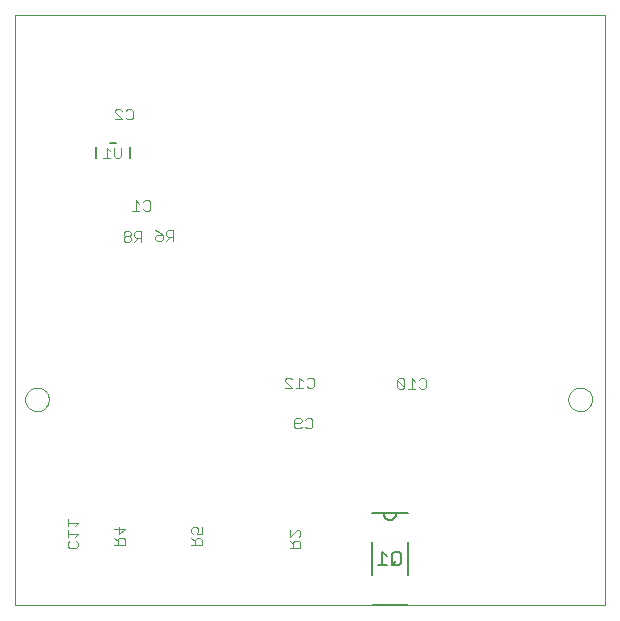
<source format=gbo>
G75*
%MOIN*%
%OFA0B0*%
%FSLAX24Y24*%
%IPPOS*%
%LPD*%
%AMOC8*
5,1,8,0,0,1.08239X$1,22.5*
%
%ADD10C,0.0000*%
%ADD11C,0.0040*%
%ADD12C,0.0080*%
%ADD13C,0.0050*%
%ADD14C,0.0030*%
D10*
X000180Y000180D02*
X000180Y019865D01*
X019865Y019865D01*
X019865Y000180D01*
X000180Y000180D01*
X000528Y007048D02*
X000530Y007087D01*
X000536Y007126D01*
X000546Y007164D01*
X000559Y007201D01*
X000576Y007236D01*
X000596Y007270D01*
X000620Y007301D01*
X000647Y007330D01*
X000676Y007356D01*
X000708Y007379D01*
X000742Y007399D01*
X000778Y007415D01*
X000815Y007427D01*
X000854Y007436D01*
X000893Y007441D01*
X000932Y007442D01*
X000971Y007439D01*
X001010Y007432D01*
X001047Y007421D01*
X001084Y007407D01*
X001119Y007389D01*
X001152Y007368D01*
X001183Y007343D01*
X001211Y007316D01*
X001236Y007286D01*
X001258Y007253D01*
X001277Y007219D01*
X001292Y007183D01*
X001304Y007145D01*
X001312Y007107D01*
X001316Y007068D01*
X001316Y007028D01*
X001312Y006989D01*
X001304Y006951D01*
X001292Y006913D01*
X001277Y006877D01*
X001258Y006843D01*
X001236Y006810D01*
X001211Y006780D01*
X001183Y006753D01*
X001152Y006728D01*
X001119Y006707D01*
X001084Y006689D01*
X001047Y006675D01*
X001010Y006664D01*
X000971Y006657D01*
X000932Y006654D01*
X000893Y006655D01*
X000854Y006660D01*
X000815Y006669D01*
X000778Y006681D01*
X000742Y006697D01*
X000708Y006717D01*
X000676Y006740D01*
X000647Y006766D01*
X000620Y006795D01*
X000596Y006826D01*
X000576Y006860D01*
X000559Y006895D01*
X000546Y006932D01*
X000536Y006970D01*
X000530Y007009D01*
X000528Y007048D01*
X000530Y007087D01*
X000536Y007126D01*
X000546Y007164D01*
X000559Y007201D01*
X000576Y007236D01*
X000596Y007270D01*
X000620Y007301D01*
X000647Y007330D01*
X000676Y007356D01*
X000708Y007379D01*
X000742Y007399D01*
X000778Y007415D01*
X000815Y007427D01*
X000854Y007436D01*
X000893Y007441D01*
X000932Y007442D01*
X000971Y007439D01*
X001010Y007432D01*
X001047Y007421D01*
X001084Y007407D01*
X001119Y007389D01*
X001152Y007368D01*
X001183Y007343D01*
X001211Y007316D01*
X001236Y007286D01*
X001258Y007253D01*
X001277Y007219D01*
X001292Y007183D01*
X001304Y007145D01*
X001312Y007107D01*
X001316Y007068D01*
X001316Y007028D01*
X001312Y006989D01*
X001304Y006951D01*
X001292Y006913D01*
X001277Y006877D01*
X001258Y006843D01*
X001236Y006810D01*
X001211Y006780D01*
X001183Y006753D01*
X001152Y006728D01*
X001119Y006707D01*
X001084Y006689D01*
X001047Y006675D01*
X001010Y006664D01*
X000971Y006657D01*
X000932Y006654D01*
X000893Y006655D01*
X000854Y006660D01*
X000815Y006669D01*
X000778Y006681D01*
X000742Y006697D01*
X000708Y006717D01*
X000676Y006740D01*
X000647Y006766D01*
X000620Y006795D01*
X000596Y006826D01*
X000576Y006860D01*
X000559Y006895D01*
X000546Y006932D01*
X000536Y006970D01*
X000530Y007009D01*
X000528Y007048D01*
X018630Y007048D02*
X018632Y007087D01*
X018638Y007126D01*
X018648Y007164D01*
X018661Y007201D01*
X018678Y007236D01*
X018698Y007270D01*
X018722Y007301D01*
X018749Y007330D01*
X018778Y007356D01*
X018810Y007379D01*
X018844Y007399D01*
X018880Y007415D01*
X018917Y007427D01*
X018956Y007436D01*
X018995Y007441D01*
X019034Y007442D01*
X019073Y007439D01*
X019112Y007432D01*
X019149Y007421D01*
X019186Y007407D01*
X019221Y007389D01*
X019254Y007368D01*
X019285Y007343D01*
X019313Y007316D01*
X019338Y007286D01*
X019360Y007253D01*
X019379Y007219D01*
X019394Y007183D01*
X019406Y007145D01*
X019414Y007107D01*
X019418Y007068D01*
X019418Y007028D01*
X019414Y006989D01*
X019406Y006951D01*
X019394Y006913D01*
X019379Y006877D01*
X019360Y006843D01*
X019338Y006810D01*
X019313Y006780D01*
X019285Y006753D01*
X019254Y006728D01*
X019221Y006707D01*
X019186Y006689D01*
X019149Y006675D01*
X019112Y006664D01*
X019073Y006657D01*
X019034Y006654D01*
X018995Y006655D01*
X018956Y006660D01*
X018917Y006669D01*
X018880Y006681D01*
X018844Y006697D01*
X018810Y006717D01*
X018778Y006740D01*
X018749Y006766D01*
X018722Y006795D01*
X018698Y006826D01*
X018678Y006860D01*
X018661Y006895D01*
X018648Y006932D01*
X018638Y006970D01*
X018632Y007009D01*
X018630Y007048D01*
X018632Y007087D01*
X018638Y007126D01*
X018648Y007164D01*
X018661Y007201D01*
X018678Y007236D01*
X018698Y007270D01*
X018722Y007301D01*
X018749Y007330D01*
X018778Y007356D01*
X018810Y007379D01*
X018844Y007399D01*
X018880Y007415D01*
X018917Y007427D01*
X018956Y007436D01*
X018995Y007441D01*
X019034Y007442D01*
X019073Y007439D01*
X019112Y007432D01*
X019149Y007421D01*
X019186Y007407D01*
X019221Y007389D01*
X019254Y007368D01*
X019285Y007343D01*
X019313Y007316D01*
X019338Y007286D01*
X019360Y007253D01*
X019379Y007219D01*
X019394Y007183D01*
X019406Y007145D01*
X019414Y007107D01*
X019418Y007068D01*
X019418Y007028D01*
X019414Y006989D01*
X019406Y006951D01*
X019394Y006913D01*
X019379Y006877D01*
X019360Y006843D01*
X019338Y006810D01*
X019313Y006780D01*
X019285Y006753D01*
X019254Y006728D01*
X019221Y006707D01*
X019186Y006689D01*
X019149Y006675D01*
X019112Y006664D01*
X019073Y006657D01*
X019034Y006654D01*
X018995Y006655D01*
X018956Y006660D01*
X018917Y006669D01*
X018880Y006681D01*
X018844Y006697D01*
X018810Y006717D01*
X018778Y006740D01*
X018749Y006766D01*
X018722Y006795D01*
X018698Y006826D01*
X018678Y006860D01*
X018661Y006895D01*
X018648Y006932D01*
X018638Y006970D01*
X018632Y007009D01*
X018630Y007048D01*
D11*
X013893Y007460D02*
X013834Y007401D01*
X013716Y007401D01*
X013657Y007460D01*
X013530Y007401D02*
X013294Y007401D01*
X013412Y007401D02*
X013412Y007755D01*
X013530Y007637D01*
X013657Y007696D02*
X013716Y007755D01*
X013834Y007755D01*
X013893Y007696D01*
X013893Y007460D01*
X013168Y007460D02*
X013109Y007401D01*
X012991Y007401D01*
X012932Y007460D01*
X012932Y007696D01*
X013168Y007460D01*
X013168Y007696D01*
X013109Y007755D01*
X012991Y007755D01*
X012932Y007696D01*
X010145Y007717D02*
X010145Y007481D01*
X010086Y007422D01*
X009968Y007422D01*
X009909Y007481D01*
X009782Y007422D02*
X009546Y007422D01*
X009664Y007422D02*
X009664Y007776D01*
X009782Y007658D01*
X009909Y007717D02*
X009968Y007776D01*
X010086Y007776D01*
X010145Y007717D01*
X009420Y007717D02*
X009361Y007776D01*
X009243Y007776D01*
X009184Y007717D01*
X009184Y007658D01*
X009420Y007422D01*
X009184Y007422D01*
X009562Y006434D02*
X009680Y006434D01*
X009739Y006375D01*
X009739Y006316D01*
X009680Y006257D01*
X009503Y006257D01*
X009503Y006375D02*
X009562Y006434D01*
X009503Y006375D02*
X009503Y006139D01*
X009562Y006080D01*
X009680Y006080D01*
X009739Y006139D01*
X009866Y006139D02*
X009925Y006080D01*
X010043Y006080D01*
X010102Y006139D01*
X010102Y006375D01*
X010043Y006434D01*
X009925Y006434D01*
X009866Y006375D01*
X009645Y002703D02*
X009586Y002703D01*
X009350Y002467D01*
X009350Y002703D01*
X009645Y002703D02*
X009704Y002644D01*
X009704Y002526D01*
X009645Y002467D01*
X009645Y002340D02*
X009527Y002340D01*
X009468Y002281D01*
X009468Y002104D01*
X009350Y002104D02*
X009704Y002104D01*
X009704Y002281D01*
X009645Y002340D01*
X009468Y002222D02*
X009350Y002340D01*
X006415Y002371D02*
X006415Y002194D01*
X006061Y002194D01*
X006179Y002194D02*
X006179Y002371D01*
X006238Y002430D01*
X006356Y002430D01*
X006415Y002371D01*
X006415Y002557D02*
X006238Y002557D01*
X006297Y002675D01*
X006297Y002734D01*
X006238Y002793D01*
X006120Y002793D01*
X006061Y002734D01*
X006061Y002616D01*
X006120Y002557D01*
X006061Y002430D02*
X006179Y002312D01*
X006415Y002557D02*
X006415Y002793D01*
X003846Y002741D02*
X003669Y002564D01*
X003669Y002800D01*
X003492Y002741D02*
X003846Y002741D01*
X003787Y002438D02*
X003669Y002438D01*
X003610Y002379D01*
X003610Y002202D01*
X003610Y002320D02*
X003492Y002438D01*
X003787Y002438D02*
X003846Y002379D01*
X003846Y002202D01*
X003492Y002202D01*
X002295Y002145D02*
X002236Y002086D01*
X002000Y002086D01*
X001941Y002145D01*
X001941Y002263D01*
X002000Y002322D01*
X001941Y002449D02*
X001941Y002685D01*
X001941Y002567D02*
X002295Y002567D01*
X002177Y002449D01*
X002236Y002322D02*
X002295Y002263D01*
X002295Y002145D01*
X002177Y002811D02*
X002295Y002929D01*
X001941Y002929D01*
X001941Y002811D02*
X001941Y003047D01*
X003864Y012301D02*
X003805Y012360D01*
X003805Y012419D01*
X003864Y012478D01*
X003982Y012478D01*
X004041Y012537D01*
X004041Y012596D01*
X003982Y012655D01*
X003864Y012655D01*
X003805Y012596D01*
X003805Y012537D01*
X003864Y012478D01*
X003982Y012478D02*
X004041Y012419D01*
X004041Y012360D01*
X003982Y012301D01*
X003864Y012301D01*
X004168Y012301D02*
X004286Y012419D01*
X004227Y012419D02*
X004404Y012419D01*
X004404Y012301D02*
X004404Y012655D01*
X004227Y012655D01*
X004168Y012596D01*
X004168Y012478D01*
X004227Y012419D01*
X004216Y013333D02*
X004216Y013687D01*
X004334Y013569D01*
X004461Y013628D02*
X004520Y013687D01*
X004638Y013687D01*
X004697Y013628D01*
X004697Y013392D01*
X004638Y013333D01*
X004520Y013333D01*
X004461Y013392D01*
X004334Y013333D02*
X004098Y013333D01*
X003668Y015085D02*
X003550Y015085D01*
X003491Y015144D01*
X003491Y015439D01*
X003364Y015321D02*
X003246Y015439D01*
X003246Y015085D01*
X003364Y015085D02*
X003128Y015085D01*
X003668Y015085D02*
X003727Y015144D01*
X003727Y015439D01*
X003747Y016380D02*
X003511Y016380D01*
X003747Y016380D02*
X003511Y016616D01*
X003511Y016675D01*
X003570Y016734D01*
X003688Y016734D01*
X003747Y016675D01*
X003874Y016675D02*
X003933Y016734D01*
X004051Y016734D01*
X004110Y016675D01*
X004110Y016439D01*
X004051Y016380D01*
X003933Y016380D01*
X003874Y016439D01*
D12*
X003564Y015597D02*
X003353Y015597D01*
X002899Y015447D02*
X002899Y015109D01*
X004019Y015109D02*
X004019Y015447D01*
X012094Y003264D02*
X013275Y003264D01*
X012881Y003225D02*
X012879Y003198D01*
X012874Y003172D01*
X012865Y003147D01*
X012852Y003123D01*
X012837Y003101D01*
X012818Y003081D01*
X012798Y003064D01*
X012775Y003050D01*
X012750Y003039D01*
X012724Y003032D01*
X012697Y003028D01*
X012671Y003028D01*
X012644Y003032D01*
X012618Y003039D01*
X012593Y003050D01*
X012570Y003064D01*
X012550Y003081D01*
X012531Y003101D01*
X012516Y003123D01*
X012503Y003147D01*
X012494Y003172D01*
X012489Y003198D01*
X012487Y003225D01*
X012094Y002280D02*
X012094Y001178D01*
X012094Y000193D02*
X013275Y000193D01*
X013275Y001178D02*
X013275Y002280D01*
D13*
X012972Y001962D02*
X012822Y001962D01*
X012747Y001887D01*
X012747Y001587D01*
X012822Y001512D01*
X012972Y001512D01*
X013047Y001587D01*
X013047Y001887D01*
X012972Y001962D01*
X012897Y001662D02*
X012747Y001512D01*
X012586Y001512D02*
X012286Y001512D01*
X012436Y001512D02*
X012436Y001962D01*
X012586Y001812D01*
D14*
X005470Y012336D02*
X005470Y012700D01*
X005288Y012700D01*
X005227Y012639D01*
X005227Y012518D01*
X005288Y012457D01*
X005470Y012457D01*
X005348Y012457D02*
X005227Y012336D01*
X005107Y012397D02*
X005107Y012518D01*
X004925Y012518D01*
X004864Y012457D01*
X004864Y012397D01*
X004925Y012336D01*
X005046Y012336D01*
X005107Y012397D01*
X005107Y012518D02*
X004986Y012639D01*
X004864Y012700D01*
M02*

</source>
